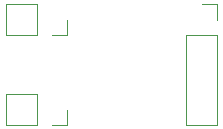
<source format=gbr>
G04 #@! TF.GenerationSoftware,KiCad,Pcbnew,(5.1.4)-1*
G04 #@! TF.CreationDate,2020-03-27T15:28:26-04:00*
G04 #@! TF.ProjectId,USB Adapter,55534220-4164-4617-9074-65722e6b6963,rev?*
G04 #@! TF.SameCoordinates,PX6521e48PY3c8eee0*
G04 #@! TF.FileFunction,Legend,Bot*
G04 #@! TF.FilePolarity,Positive*
%FSLAX46Y46*%
G04 Gerber Fmt 4.6, Leading zero omitted, Abs format (unit mm)*
G04 Created by KiCad (PCBNEW (5.1.4)-1) date 2020-03-27 15:28:26*
%MOMM*%
%LPD*%
G04 APERTURE LIST*
%ADD10C,0.120000*%
%ADD11O,1.801600X1.801600*%
%ADD12R,1.801600X1.801600*%
%ADD13C,0.100000*%
%ADD14C,1.851600*%
%ADD15C,2.351600*%
%ADD16C,1.201600*%
G04 APERTURE END LIST*
D10*
X7045000Y5140000D02*
X5715000Y5140000D01*
X7045000Y3810000D02*
X7045000Y5140000D01*
X7045000Y2540000D02*
X4385000Y2540000D01*
X4385000Y2540000D02*
X4385000Y-5140000D01*
X7045000Y2540000D02*
X7045000Y-5140000D01*
X7045000Y-5140000D02*
X4385000Y-5140000D01*
X-5655000Y-5140000D02*
X-5655000Y-3810000D01*
X-6985000Y-5140000D02*
X-5655000Y-5140000D01*
X-8255000Y-5140000D02*
X-8255000Y-2480000D01*
X-8255000Y-2480000D02*
X-10855000Y-2480000D01*
X-8255000Y-5140000D02*
X-10855000Y-5140000D01*
X-10855000Y-5140000D02*
X-10855000Y-2480000D01*
X-5655000Y2480000D02*
X-5655000Y3810000D01*
X-6985000Y2480000D02*
X-5655000Y2480000D01*
X-8255000Y2480000D02*
X-8255000Y5140000D01*
X-8255000Y5140000D02*
X-10855000Y5140000D01*
X-8255000Y2480000D02*
X-10855000Y2480000D01*
X-10855000Y2480000D02*
X-10855000Y5140000D01*
%LPC*%
D11*
X5715000Y-3810000D03*
X5715000Y-1270000D03*
X5715000Y1270000D03*
D12*
X5715000Y3810000D03*
D11*
X-9525000Y-3810000D03*
D12*
X-6985000Y-3810000D03*
D11*
X-9525000Y3810000D03*
D12*
X-6985000Y3810000D03*
D13*
G36*
X-5236728Y1673571D02*
G01*
X-5191793Y1666906D01*
X-5147727Y1655868D01*
X-5104956Y1640564D01*
X-5063890Y1621141D01*
X-5024927Y1597787D01*
X-4988439Y1570727D01*
X-4954780Y1540220D01*
X-4924273Y1506561D01*
X-4897213Y1470073D01*
X-4873859Y1431110D01*
X-4854436Y1390044D01*
X-4839132Y1347273D01*
X-4828094Y1303207D01*
X-4821429Y1258272D01*
X-4819200Y1212900D01*
X-4819200Y-1212900D01*
X-4821429Y-1258272D01*
X-4828094Y-1303207D01*
X-4839132Y-1347273D01*
X-4854436Y-1390044D01*
X-4873859Y-1431110D01*
X-4897213Y-1470073D01*
X-4924273Y-1506561D01*
X-4954780Y-1540220D01*
X-4988439Y-1570727D01*
X-5024927Y-1597787D01*
X-5063890Y-1621141D01*
X-5104956Y-1640564D01*
X-5147727Y-1655868D01*
X-5191793Y-1666906D01*
X-5236728Y-1673571D01*
X-5282100Y-1675800D01*
X-6207900Y-1675800D01*
X-6253272Y-1673571D01*
X-6298207Y-1666906D01*
X-6342273Y-1655868D01*
X-6385044Y-1640564D01*
X-6426110Y-1621141D01*
X-6465073Y-1597787D01*
X-6501561Y-1570727D01*
X-6535220Y-1540220D01*
X-6565727Y-1506561D01*
X-6592787Y-1470073D01*
X-6616141Y-1431110D01*
X-6635564Y-1390044D01*
X-6650868Y-1347273D01*
X-6661906Y-1303207D01*
X-6668571Y-1258272D01*
X-6670800Y-1212900D01*
X-6670800Y1212900D01*
X-6668571Y1258272D01*
X-6661906Y1303207D01*
X-6650868Y1347273D01*
X-6635564Y1390044D01*
X-6616141Y1431110D01*
X-6592787Y1470073D01*
X-6565727Y1506561D01*
X-6535220Y1540220D01*
X-6501561Y1570727D01*
X-6465073Y1597787D01*
X-6426110Y1621141D01*
X-6385044Y1640564D01*
X-6342273Y1655868D01*
X-6298207Y1666906D01*
X-6253272Y1673571D01*
X-6207900Y1675800D01*
X-5282100Y1675800D01*
X-5236728Y1673571D01*
X-5236728Y1673571D01*
G37*
D14*
X-5745000Y0D03*
D13*
G36*
X550524Y4297969D02*
G01*
X607594Y4289504D01*
X663558Y4275485D01*
X717880Y4256049D01*
X770034Y4231382D01*
X819520Y4201721D01*
X865860Y4167353D01*
X908608Y4128608D01*
X947353Y4085860D01*
X981721Y4039520D01*
X1011382Y3990034D01*
X1036049Y3937880D01*
X1055485Y3883558D01*
X1069504Y3827594D01*
X1077969Y3770524D01*
X1080800Y3712900D01*
X1080800Y1787100D01*
X1077969Y1729476D01*
X1069504Y1672406D01*
X1055485Y1616442D01*
X1036049Y1562120D01*
X1011382Y1509966D01*
X981721Y1460480D01*
X947353Y1414140D01*
X908608Y1371392D01*
X865860Y1332647D01*
X819520Y1298279D01*
X770034Y1268618D01*
X717880Y1243951D01*
X663558Y1224515D01*
X607594Y1210496D01*
X550524Y1202031D01*
X492900Y1199200D01*
X-682900Y1199200D01*
X-740524Y1202031D01*
X-797594Y1210496D01*
X-853558Y1224515D01*
X-907880Y1243951D01*
X-960034Y1268618D01*
X-1009520Y1298279D01*
X-1055860Y1332647D01*
X-1098608Y1371392D01*
X-1137353Y1414140D01*
X-1171721Y1460480D01*
X-1201382Y1509966D01*
X-1226049Y1562120D01*
X-1245485Y1616442D01*
X-1259504Y1672406D01*
X-1267969Y1729476D01*
X-1270800Y1787100D01*
X-1270800Y3712900D01*
X-1267969Y3770524D01*
X-1259504Y3827594D01*
X-1245485Y3883558D01*
X-1226049Y3937880D01*
X-1201382Y3990034D01*
X-1171721Y4039520D01*
X-1137353Y4085860D01*
X-1098608Y4128608D01*
X-1055860Y4167353D01*
X-1009520Y4201721D01*
X-960034Y4231382D01*
X-907880Y4256049D01*
X-853558Y4275485D01*
X-797594Y4289504D01*
X-740524Y4297969D01*
X-682900Y4300800D01*
X492900Y4300800D01*
X550524Y4297969D01*
X550524Y4297969D01*
G37*
D15*
X-95000Y2750000D03*
D13*
G36*
X550524Y-1202031D02*
G01*
X607594Y-1210496D01*
X663558Y-1224515D01*
X717880Y-1243951D01*
X770034Y-1268618D01*
X819520Y-1298279D01*
X865860Y-1332647D01*
X908608Y-1371392D01*
X947353Y-1414140D01*
X981721Y-1460480D01*
X1011382Y-1509966D01*
X1036049Y-1562120D01*
X1055485Y-1616442D01*
X1069504Y-1672406D01*
X1077969Y-1729476D01*
X1080800Y-1787100D01*
X1080800Y-3712900D01*
X1077969Y-3770524D01*
X1069504Y-3827594D01*
X1055485Y-3883558D01*
X1036049Y-3937880D01*
X1011382Y-3990034D01*
X981721Y-4039520D01*
X947353Y-4085860D01*
X908608Y-4128608D01*
X865860Y-4167353D01*
X819520Y-4201721D01*
X770034Y-4231382D01*
X717880Y-4256049D01*
X663558Y-4275485D01*
X607594Y-4289504D01*
X550524Y-4297969D01*
X492900Y-4300800D01*
X-682900Y-4300800D01*
X-740524Y-4297969D01*
X-797594Y-4289504D01*
X-853558Y-4275485D01*
X-907880Y-4256049D01*
X-960034Y-4231382D01*
X-1009520Y-4201721D01*
X-1055860Y-4167353D01*
X-1098608Y-4128608D01*
X-1137353Y-4085860D01*
X-1171721Y-4039520D01*
X-1201382Y-3990034D01*
X-1226049Y-3937880D01*
X-1245485Y-3883558D01*
X-1259504Y-3827594D01*
X-1267969Y-3770524D01*
X-1270800Y-3712900D01*
X-1270800Y-1787100D01*
X-1267969Y-1729476D01*
X-1259504Y-1672406D01*
X-1245485Y-1616442D01*
X-1226049Y-1562120D01*
X-1201382Y-1509966D01*
X-1171721Y-1460480D01*
X-1137353Y-1414140D01*
X-1098608Y-1371392D01*
X-1055860Y-1332647D01*
X-1009520Y-1298279D01*
X-960034Y-1268618D01*
X-907880Y-1243951D01*
X-853558Y-1224515D01*
X-797594Y-1210496D01*
X-740524Y-1202031D01*
X-682900Y-1199200D01*
X492900Y-1199200D01*
X550524Y-1202031D01*
X550524Y-1202031D01*
G37*
D15*
X-95000Y-2750000D03*
D13*
G36*
X3134844Y2699353D02*
G01*
X3164005Y2695028D01*
X3192602Y2687865D01*
X3220358Y2677933D01*
X3247008Y2665329D01*
X3272293Y2650173D01*
X3295972Y2632612D01*
X3317815Y2612815D01*
X3337612Y2590972D01*
X3355173Y2567293D01*
X3370329Y2542008D01*
X3382933Y2515358D01*
X3392865Y2487602D01*
X3400028Y2459005D01*
X3404353Y2429844D01*
X3405800Y2400400D01*
X3405800Y1799600D01*
X3404353Y1770156D01*
X3400028Y1740995D01*
X3392865Y1712398D01*
X3382933Y1684642D01*
X3370329Y1657992D01*
X3355173Y1632707D01*
X3337612Y1609028D01*
X3317815Y1587185D01*
X3295972Y1567388D01*
X3272293Y1549827D01*
X3247008Y1534671D01*
X3220358Y1522067D01*
X3192602Y1512135D01*
X3164005Y1504972D01*
X3134844Y1500647D01*
X3105400Y1499200D01*
X1604600Y1499200D01*
X1575156Y1500647D01*
X1545995Y1504972D01*
X1517398Y1512135D01*
X1489642Y1522067D01*
X1462992Y1534671D01*
X1437707Y1549827D01*
X1414028Y1567388D01*
X1392185Y1587185D01*
X1372388Y1609028D01*
X1354827Y1632707D01*
X1339671Y1657992D01*
X1327067Y1684642D01*
X1317135Y1712398D01*
X1309972Y1740995D01*
X1305647Y1770156D01*
X1304200Y1799600D01*
X1304200Y2400400D01*
X1305647Y2429844D01*
X1309972Y2459005D01*
X1317135Y2487602D01*
X1327067Y2515358D01*
X1339671Y2542008D01*
X1354827Y2567293D01*
X1372388Y2590972D01*
X1392185Y2612815D01*
X1414028Y2632612D01*
X1437707Y2650173D01*
X1462992Y2665329D01*
X1489642Y2677933D01*
X1517398Y2687865D01*
X1545995Y2695028D01*
X1575156Y2699353D01*
X1604600Y2700800D01*
X3105400Y2700800D01*
X3134844Y2699353D01*
X3134844Y2699353D01*
G37*
D16*
X2355000Y2100000D03*
D13*
G36*
X3134844Y1299353D02*
G01*
X3164005Y1295028D01*
X3192602Y1287865D01*
X3220358Y1277933D01*
X3247008Y1265329D01*
X3272293Y1250173D01*
X3295972Y1232612D01*
X3317815Y1212815D01*
X3337612Y1190972D01*
X3355173Y1167293D01*
X3370329Y1142008D01*
X3382933Y1115358D01*
X3392865Y1087602D01*
X3400028Y1059005D01*
X3404353Y1029844D01*
X3405800Y1000400D01*
X3405800Y399600D01*
X3404353Y370156D01*
X3400028Y340995D01*
X3392865Y312398D01*
X3382933Y284642D01*
X3370329Y257992D01*
X3355173Y232707D01*
X3337612Y209028D01*
X3317815Y187185D01*
X3295972Y167388D01*
X3272293Y149827D01*
X3247008Y134671D01*
X3220358Y122067D01*
X3192602Y112135D01*
X3164005Y104972D01*
X3134844Y100647D01*
X3105400Y99200D01*
X1604600Y99200D01*
X1575156Y100647D01*
X1545995Y104972D01*
X1517398Y112135D01*
X1489642Y122067D01*
X1462992Y134671D01*
X1437707Y149827D01*
X1414028Y167388D01*
X1392185Y187185D01*
X1372388Y209028D01*
X1354827Y232707D01*
X1339671Y257992D01*
X1327067Y284642D01*
X1317135Y312398D01*
X1309972Y340995D01*
X1305647Y370156D01*
X1304200Y399600D01*
X1304200Y1000400D01*
X1305647Y1029844D01*
X1309972Y1059005D01*
X1317135Y1087602D01*
X1327067Y1115358D01*
X1339671Y1142008D01*
X1354827Y1167293D01*
X1372388Y1190972D01*
X1392185Y1212815D01*
X1414028Y1232612D01*
X1437707Y1250173D01*
X1462992Y1265329D01*
X1489642Y1277933D01*
X1517398Y1287865D01*
X1545995Y1295028D01*
X1575156Y1299353D01*
X1604600Y1300800D01*
X3105400Y1300800D01*
X3134844Y1299353D01*
X3134844Y1299353D01*
G37*
D16*
X2355000Y700000D03*
D13*
G36*
X3134844Y-100647D02*
G01*
X3164005Y-104972D01*
X3192602Y-112135D01*
X3220358Y-122067D01*
X3247008Y-134671D01*
X3272293Y-149827D01*
X3295972Y-167388D01*
X3317815Y-187185D01*
X3337612Y-209028D01*
X3355173Y-232707D01*
X3370329Y-257992D01*
X3382933Y-284642D01*
X3392865Y-312398D01*
X3400028Y-340995D01*
X3404353Y-370156D01*
X3405800Y-399600D01*
X3405800Y-1000400D01*
X3404353Y-1029844D01*
X3400028Y-1059005D01*
X3392865Y-1087602D01*
X3382933Y-1115358D01*
X3370329Y-1142008D01*
X3355173Y-1167293D01*
X3337612Y-1190972D01*
X3317815Y-1212815D01*
X3295972Y-1232612D01*
X3272293Y-1250173D01*
X3247008Y-1265329D01*
X3220358Y-1277933D01*
X3192602Y-1287865D01*
X3164005Y-1295028D01*
X3134844Y-1299353D01*
X3105400Y-1300800D01*
X1604600Y-1300800D01*
X1575156Y-1299353D01*
X1545995Y-1295028D01*
X1517398Y-1287865D01*
X1489642Y-1277933D01*
X1462992Y-1265329D01*
X1437707Y-1250173D01*
X1414028Y-1232612D01*
X1392185Y-1212815D01*
X1372388Y-1190972D01*
X1354827Y-1167293D01*
X1339671Y-1142008D01*
X1327067Y-1115358D01*
X1317135Y-1087602D01*
X1309972Y-1059005D01*
X1305647Y-1029844D01*
X1304200Y-1000400D01*
X1304200Y-399600D01*
X1305647Y-370156D01*
X1309972Y-340995D01*
X1317135Y-312398D01*
X1327067Y-284642D01*
X1339671Y-257992D01*
X1354827Y-232707D01*
X1372388Y-209028D01*
X1392185Y-187185D01*
X1414028Y-167388D01*
X1437707Y-149827D01*
X1462992Y-134671D01*
X1489642Y-122067D01*
X1517398Y-112135D01*
X1545995Y-104972D01*
X1575156Y-100647D01*
X1604600Y-99200D01*
X3105400Y-99200D01*
X3134844Y-100647D01*
X3134844Y-100647D01*
G37*
D16*
X2355000Y-700000D03*
D13*
G36*
X3134844Y-1500647D02*
G01*
X3164005Y-1504972D01*
X3192602Y-1512135D01*
X3220358Y-1522067D01*
X3247008Y-1534671D01*
X3272293Y-1549827D01*
X3295972Y-1567388D01*
X3317815Y-1587185D01*
X3337612Y-1609028D01*
X3355173Y-1632707D01*
X3370329Y-1657992D01*
X3382933Y-1684642D01*
X3392865Y-1712398D01*
X3400028Y-1740995D01*
X3404353Y-1770156D01*
X3405800Y-1799600D01*
X3405800Y-2400400D01*
X3404353Y-2429844D01*
X3400028Y-2459005D01*
X3392865Y-2487602D01*
X3382933Y-2515358D01*
X3370329Y-2542008D01*
X3355173Y-2567293D01*
X3337612Y-2590972D01*
X3317815Y-2612815D01*
X3295972Y-2632612D01*
X3272293Y-2650173D01*
X3247008Y-2665329D01*
X3220358Y-2677933D01*
X3192602Y-2687865D01*
X3164005Y-2695028D01*
X3134844Y-2699353D01*
X3105400Y-2700800D01*
X1604600Y-2700800D01*
X1575156Y-2699353D01*
X1545995Y-2695028D01*
X1517398Y-2687865D01*
X1489642Y-2677933D01*
X1462992Y-2665329D01*
X1437707Y-2650173D01*
X1414028Y-2632612D01*
X1392185Y-2612815D01*
X1372388Y-2590972D01*
X1354827Y-2567293D01*
X1339671Y-2542008D01*
X1327067Y-2515358D01*
X1317135Y-2487602D01*
X1309972Y-2459005D01*
X1305647Y-2429844D01*
X1304200Y-2400400D01*
X1304200Y-1799600D01*
X1305647Y-1770156D01*
X1309972Y-1740995D01*
X1317135Y-1712398D01*
X1327067Y-1684642D01*
X1339671Y-1657992D01*
X1354827Y-1632707D01*
X1372388Y-1609028D01*
X1392185Y-1587185D01*
X1414028Y-1567388D01*
X1437707Y-1549827D01*
X1462992Y-1534671D01*
X1489642Y-1522067D01*
X1517398Y-1512135D01*
X1545995Y-1504972D01*
X1575156Y-1500647D01*
X1604600Y-1499200D01*
X3105400Y-1499200D01*
X3134844Y-1500647D01*
X3134844Y-1500647D01*
G37*
D16*
X2355000Y-2100000D03*
M02*

</source>
